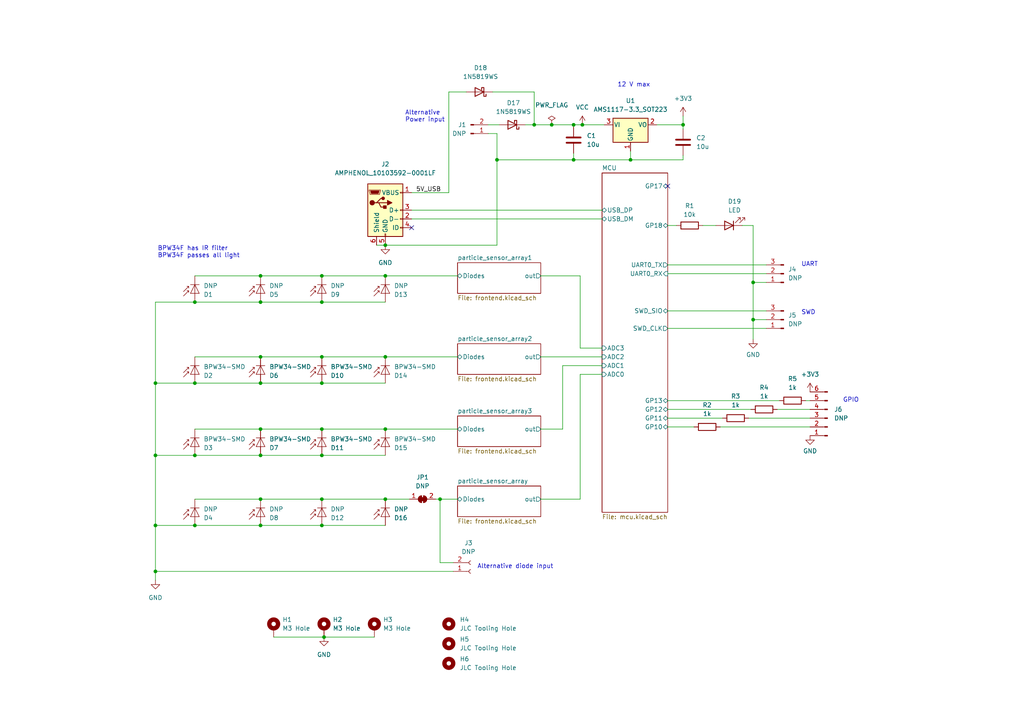
<source format=kicad_sch>
(kicad_sch (version 20230121) (generator eeschema)
  (paper "A4")
  (title_block (title "Beta Board") (date "2023-12-28") (rev "R1.0") (company "Tim Kuhlbusch") (comment 1 "Beta radiation detector"))
  (lib_symbols
    (symbol "Connector:Conn_01x02_Female" (pin_names (offset 1.016) hide)
      (property "Reference" "J" (at 0 2.54 0))
      (property "Value" "Conn_01x02_Female" (at 0 -5.08 0))
      (symbol "Conn_01x02_Female_1_1"
        (arc (start 0 -2.032) (mid -0.5058 -2.54) (end 0 -3.048) (stroke (width 0.1524)))
        (polyline (pts (xy -1.27 -2.54) (xy -0.508 -2.54)) (stroke (width 0.1524)))
        (polyline (pts (xy -1.27 0) (xy -0.508 0)) (stroke (width 0.1524)))
        (arc (start 0 0.508) (mid -0.5058 0) (end 0 -0.508) (stroke (width 0.1524)))
        (pin passive line (at -5.08 0 0) (length 3.81) (name "Pin_1") (number "1"))
        (pin passive line (at -5.08 -2.54 0) (length 3.81) (name "Pin_2") (number "2"))
      )
    )
    (symbol "Connector:Conn_01x02_Male" (pin_names (offset 1.016) hide)
      (property "Reference" "J" (at 0 2.54 0))
      (property "Value" "Conn_01x02_Male" (at 0 -5.08 0))
      (symbol "Conn_01x02_Male_1_1"
        (polyline (pts (xy 1.27 -2.54) (xy 0.8636 -2.54)) (stroke (width 0.1524)))
        (polyline (pts (xy 1.27 0) (xy 0.8636 0)) (stroke (width 0.1524)))
        (rectangle (start 0.8636 -2.413) (end 0 -2.667) (stroke (width 0.1524)) (fill (type outline)))
        (rectangle (start 0.8636 0.127) (end 0 -0.127) (stroke (width 0.1524)) (fill (type outline)))
        (pin passive line (at 5.08 0 180) (length 3.81) (name "Pin_1") (number "1"))
        (pin passive line (at 5.08 -2.54 180) (length 3.81) (name "Pin_2") (number "2"))
      )
    )
    (symbol "Connector:Conn_01x03_Male" (pin_names (offset 1.016) hide)
      (property "Reference" "J" (at 0 5.08 0))
      (property "Value" "Conn_01x03_Male" (at 0 -5.08 0))
      (symbol "Conn_01x03_Male_1_1"
        (polyline (pts (xy 1.27 -2.54) (xy 0.8636 -2.54)) (stroke (width 0.1524)))
        (polyline (pts (xy 1.27 0) (xy 0.8636 0)) (stroke (width 0.1524)))
        (polyline (pts (xy 1.27 2.54) (xy 0.8636 2.54)) (stroke (width 0.1524)))
        (rectangle (start 0.8636 -2.413) (end 0 -2.667) (stroke (width 0.1524)) (fill (type outline)))
        (rectangle (start 0.8636 0.127) (end 0 -0.127) (stroke (width 0.1524)) (fill (type outline)))
        (rectangle (start 0.8636 2.667) (end 0 2.413) (stroke (width 0.1524)) (fill (type outline)))
        (pin passive line (at 5.08 2.54 180) (length 3.81) (name "Pin_1") (number "1"))
        (pin passive line (at 5.08 0 180) (length 3.81) (name "Pin_2") (number "2"))
        (pin passive line (at 5.08 -2.54 180) (length 3.81) (name "Pin_3") (number "3"))
      )
    )
    (symbol "Connector:Conn_01x06_Male" (pin_names (offset 1.016) hide)
      (property "Reference" "J" (at 0 7.62 0))
      (property "Value" "Conn_01x06_Male" (at 0 -10.16 0))
      (symbol "Conn_01x06_Male_1_1"
        (polyline (pts (xy 1.27 -7.62) (xy 0.8636 -7.62)) (stroke (width 0.1524)))
        (polyline (pts (xy 1.27 -5.08) (xy 0.8636 -5.08)) (stroke (width 0.1524)))
        (polyline (pts (xy 1.27 -2.54) (xy 0.8636 -2.54)) (stroke (width 0.1524)))
        (polyline (pts (xy 1.27 0) (xy 0.8636 0)) (stroke (width 0.1524)))
        (polyline (pts (xy 1.27 2.54) (xy 0.8636 2.54)) (stroke (width 0.1524)))
        (polyline (pts (xy 1.27 5.08) (xy 0.8636 5.08)) (stroke (width 0.1524)))
        (rectangle (start 0.8636 -7.493) (end 0 -7.747) (stroke (width 0.1524)) (fill (type outline)))
        (rectangle (start 0.8636 -4.953) (end 0 -5.207) (stroke (width 0.1524)) (fill (type outline)))
        (rectangle (start 0.8636 -2.413) (end 0 -2.667) (stroke (width 0.1524)) (fill (type outline)))
        (rectangle (start 0.8636 0.127) (end 0 -0.127) (stroke (width 0.1524)) (fill (type outline)))
        (rectangle (start 0.8636 2.667) (end 0 2.413) (stroke (width 0.1524)) (fill (type outline)))
        (rectangle (start 0.8636 5.207) (end 0 4.953) (stroke (width 0.1524)) (fill (type outline)))
        (pin passive line (at 5.08 5.08 180) (length 3.81) (name "Pin_1") (number "1"))
        (pin passive line (at 5.08 2.54 180) (length 3.81) (name "Pin_2") (number "2"))
        (pin passive line (at 5.08 0 180) (length 3.81) (name "Pin_3") (number "3"))
        (pin passive line (at 5.08 -2.54 180) (length 3.81) (name "Pin_4") (number "4"))
        (pin passive line (at 5.08 -5.08 180) (length 3.81) (name "Pin_5") (number "5"))
        (pin passive line (at 5.08 -7.62 180) (length 3.81) (name "Pin_6") (number "6"))
      )
    )
    (symbol "Connector:USB_B_Micro" (pin_names (offset 1.016))
      (property "Reference" "J" (at -5.08 11.43 0))
      (property "Value" "USB_B_Micro" (at -5.08 8.89 0))
      (symbol "USB_B_Micro_0_1"
        (rectangle (start -5.08 -7.62) (end 5.08 7.62) (stroke (width 0.254)) (fill (type background)))
        (circle (center -3.81 2.159) (radius 0.635) (stroke (width 0.254)) (fill (type outline)))
        (circle (center -0.635 3.429) (radius 0.381) (stroke (width 0.254)) (fill (type outline)))
        (rectangle (start -0.127 -7.62) (end 0.127 -6.858))
        (polyline (pts (xy -1.905 2.159) (xy 0.635 2.159)) (stroke (width 0.254)))
        (polyline (pts (xy -3.175 2.159) (xy -2.54 2.159) (xy -1.27 3.429) (xy -0.635 3.429)) (stroke (width 0.254)))
        (polyline (pts (xy -2.54 2.159) (xy -1.905 2.159) (xy -1.27 0.889) (xy 0 0.889)) (stroke (width 0.254)))
        (polyline (pts (xy 0.635 2.794) (xy 0.635 1.524) (xy 1.905 2.159) (xy 0.635 2.794)) (stroke (width 0.254)) (fill (type outline)))
        (polyline (pts (xy -4.318 5.588) (xy -1.778 5.588) (xy -2.032 4.826) (xy -4.064 4.826) (xy -4.318 5.588)) (fill (type outline)))
        (polyline (pts (xy -4.699 5.842) (xy -4.699 5.588) (xy -4.445 4.826) (xy -4.445 4.572) (xy -1.651 4.572) (xy -1.651 4.826) (xy -1.397 5.588) (xy -1.397 5.842) (xy -4.699 5.842)))
        (rectangle (start 0.254 1.27) (end -0.508 0.508) (stroke (width 0.254)) (fill (type outline)))
        (rectangle (start 5.08 -5.207) (end 4.318 -4.953))
        (rectangle (start 5.08 -2.667) (end 4.318 -2.413))
        (rectangle (start 5.08 -0.127) (end 4.318 0.127))
        (rectangle (start 5.08 4.953) (end 4.318 5.207))
      )
      (symbol "USB_B_Micro_1_1"
        (pin power_out line (at 7.62 5.08 180) (length 2.54) (name "VBUS") (number "1"))
        (pin bidirectional line (at 7.62 -2.54 180) (length 2.54) (name "D-") (number "2"))
        (pin bidirectional line (at 7.62 0 180) (length 2.54) (name "D+") (number "3"))
        (pin passive line (at 7.62 -5.08 180) (length 2.54) (name "ID") (number "4"))
        (pin power_out line (at 0 -10.16 90) (length 2.54) (name "GND") (number "5"))
        (pin passive line (at -2.54 -10.16 90) (length 2.54) (name "Shield") (number "6"))
      )
    )
    (symbol "Device:C" (pin_numbers hide) (pin_names (offset 0.254))
      (property "Reference" "C" (at 0.635 2.54 0))
      (property "Value" "C" (at 0.635 -2.54 0))
      (symbol "C_0_1"
        (polyline (pts (xy -2.032 -0.762) (xy 2.032 -0.762)) (stroke (width 0.508)))
        (polyline (pts (xy -2.032 0.762) (xy 2.032 0.762)) (stroke (width 0.508)))
      )
      (symbol "C_1_1"
        (pin passive line (at 0 3.81 270) (length 2.794) (name "~") (number "1"))
        (pin passive line (at 0 -3.81 90) (length 2.794) (name "~") (number "2"))
      )
    )
    (symbol "Device:LED" (pin_numbers hide) (pin_names (offset 1.016) hide)
      (property "Reference" "D" (at 0 2.54 0))
      (property "Value" "LED" (at 0 -2.54 0))
      (symbol "LED_0_1"
        (polyline (pts (xy -1.27 -1.27) (xy -1.27 1.27)) (stroke (width 0.254)))
        (polyline (pts (xy -1.27 0) (xy 1.27 0)))
        (polyline (pts (xy 1.27 -1.27) (xy 1.27 1.27) (xy -1.27 0) (xy 1.27 -1.27)) (stroke (width 0.254)))
        (polyline (pts (xy -3.048 -0.762) (xy -4.572 -2.286) (xy -3.81 -2.286) (xy -4.572 -2.286) (xy -4.572 -1.524)))
        (polyline (pts (xy -1.778 -0.762) (xy -3.302 -2.286) (xy -2.54 -2.286) (xy -3.302 -2.286) (xy -3.302 -1.524)))
      )
      (symbol "LED_1_1"
        (pin passive line (at -3.81 0 0) (length 2.54) (name "K") (number "1"))
        (pin passive line (at 3.81 0 180) (length 2.54) (name "A") (number "2"))
      )
    )
    (symbol "Device:R" (pin_numbers hide) (pin_names (offset 0))
      (property "Reference" "R" (at 2.032 0 90))
      (property "Value" "R" (at 0 0 90))
      (symbol "R_0_1"
        (rectangle (start -1.016 -2.54) (end 1.016 2.54) (stroke (width 0.254)))
      )
      (symbol "R_1_1"
        (pin passive line (at 0 3.81 270) (length 1.27) (name "~") (number "1"))
        (pin passive line (at 0 -3.81 90) (length 1.27) (name "~") (number "2"))
      )
    )
    (symbol "Diode:1N5819WS" (pin_numbers hide) (pin_names (offset 1.016) hide)
      (property "Reference" "D" (at 0 2.54 0))
      (property "Value" "1N5819WS" (at 0 -2.54 0))
      (symbol "1N5819WS_0_1"
        (polyline (pts (xy 1.27 0) (xy -1.27 0)))
        (polyline (pts (xy 1.27 1.27) (xy 1.27 -1.27) (xy -1.27 0) (xy 1.27 1.27)) (stroke (width 0.254)))
        (polyline (pts (xy -1.905 0.635) (xy -1.905 1.27) (xy -1.27 1.27) (xy -1.27 -1.27) (xy -0.635 -1.27) (xy -0.635 -0.635)) (stroke (width 0.254)))
      )
      (symbol "1N5819WS_1_1"
        (pin passive line (at -3.81 0 0) (length 2.54) (name "K") (number "1"))
        (pin passive line (at 3.81 0 180) (length 2.54) (name "A") (number "2"))
      )
    )
    (symbol "Jumper:SolderJumper_2_Bridged" (pin_names (offset 0) hide)
      (property "Reference" "JP" (at 0 2.032 0))
      (property "Value" "SolderJumper_2_Bridged" (at 0 -2.54 0))
      (symbol "SolderJumper_2_Bridged_0_1"
        (rectangle (start -0.508 0.508) (end 0.508 -0.508) (fill (type outline)))
        (arc (start -0.254 1.016) (mid -1.2656 0) (end -0.254 -1.016))
        (arc (start -0.254 1.016) (mid -1.2656 0) (end -0.254 -1.016) (fill (type outline)))
        (polyline (pts (xy -0.254 1.016) (xy -0.254 -1.016)))
        (polyline (pts (xy 0.254 1.016) (xy 0.254 -1.016)))
        (arc (start 0.254 -1.016) (mid 1.2656 0) (end 0.254 1.016))
        (arc (start 0.254 -1.016) (mid 1.2656 0) (end 0.254 1.016) (fill (type outline)))
      )
      (symbol "SolderJumper_2_Bridged_1_1"
        (pin passive line (at -3.81 0 0) (length 2.54) (name "A") (number "1"))
        (pin passive line (at 3.81 0 180) (length 2.54) (name "B") (number "2"))
      )
    )
    (symbol "Mechanical:MountingHole" (pin_names (offset 1.016))
      (property "Reference" "H" (at 0 5.08 0))
      (property "Value" "MountingHole" (at 0 3.175 0))
      (symbol "MountingHole_0_1"
        (circle (center 0 0) (radius 1.27) (stroke (width 1.27)))
      )
    )
    (symbol "Mechanical:MountingHole_Pad" (pin_numbers hide) (pin_names (offset 1.016) hide)
      (property "Reference" "H" (at 0 6.35 0))
      (property "Value" "MountingHole_Pad" (at 0 4.445 0))
      (symbol "MountingHole_Pad_0_1"
        (circle (center 0 1.27) (radius 1.27) (stroke (width 1.27)))
      )
      (symbol "MountingHole_Pad_1_1"
        (pin input line (at 0 -2.54 90) (length 2.54) (name "1") (number "1"))
      )
    )
    (symbol "Regulator_Linear:NCP1117-3.3_SOT223" (pin_names (offset 0.254))
      (property "Reference" "U" (at -3.81 3.175 0))
      (property "Value" "NCP1117-3.3_SOT223" (at 0 3.175 0))
      (symbol "NCP1117-3.3_SOT223_0_1"
        (rectangle (start -5.08 -5.08) (end 5.08 1.905) (stroke (width 0.254)) (fill (type background)))
      )
      (symbol "NCP1117-3.3_SOT223_1_1"
        (pin power_in line (at 0 -7.62 90) (length 2.54) (name "GND") (number "1"))
        (pin power_out line (at 7.62 0 180) (length 2.54) (name "VO") (number "2"))
        (pin power_in line (at -7.62 0 0) (length 2.54) (name "VI") (number "3"))
      )
    )
    (symbol "Sensor_Optical:BPW34-SMD" (pin_numbers hide) (pin_names (offset 1.016) hide)
      (property "Reference" "D" (at 0.508 1.778 0))
      (property "Value" "BPW34-SMD" (at -1.016 -2.794 0))
      (symbol "BPW34-SMD_0_1"
        (polyline (pts (xy -2.54 1.27) (xy -2.54 -1.27)) (stroke (width 0.1524)))
        (polyline (pts (xy -2.032 1.778) (xy -1.524 1.778)))
        (polyline (pts (xy 0 -1.27) (xy 0 1.27)))
        (polyline (pts (xy 0 0) (xy -2.54 0)))
        (polyline (pts (xy -0.508 3.302) (xy -2.032 1.778) (xy -2.032 2.286)))
        (polyline (pts (xy 0 1.27) (xy -2.54 0) (xy 0 -1.27)))
        (polyline (pts (xy 0.762 3.302) (xy -0.762 1.778) (xy -0.762 2.286) (xy -0.762 1.778) (xy -0.254 1.778)))
      )
      (symbol "BPW34-SMD_1_1"
        (pin passive line (at -5.08 0 0) (length 2.54) (name "K") (number "1"))
        (pin passive line (at 2.54 0 180) (length 2.54) (name "A") (number "2"))
      )
    )
    (symbol "power:+3V3" (power) (pin_names (offset 0))
      (property "Value" "+3V3" (at 0 3.556 0))
      (symbol "+3V3_0_1"
        (polyline (pts (xy -0.762 1.27) (xy 0 2.54)))
        (polyline (pts (xy 0 0) (xy 0 2.54)))
        (polyline (pts (xy 0 2.54) (xy 0.762 1.27)))
      )
      (symbol "+3V3_1_1"
        (pin power_in line (at 0 0 90) (length 0) hide (name "+3V3") (number "1"))
      )
    )
    (symbol "power:GND" (power) (pin_names (offset 0))
      (property "Value" "GND" (at 0 -3.81 0))
      (symbol "GND_0_1"
        (polyline (pts (xy 0 0) (xy 0 -1.27) (xy 1.27 -1.27) (xy 0 -2.54) (xy -1.27 -1.27) (xy 0 -1.27)))
      )
      (symbol "GND_1_1"
        (pin power_in line (at 0 0 270) (length 0) hide (name "GND") (number "1"))
      )
    )
    (symbol "power:PWR_FLAG" (power) (pin_numbers hide) (pin_names (offset 0) hide)
      (property "Value" "PWR_FLAG" (at 0 3.81 0))
      (symbol "PWR_FLAG_0_0"
        (pin power_out line (at 0 0 90) (length 0) (name "pwr") (number "1"))
      )
      (symbol "PWR_FLAG_0_1"
        (polyline (pts (xy 0 0) (xy 0 1.27) (xy -1.016 1.905) (xy 0 2.54) (xy 1.016 1.905) (xy 0 1.27)))
      )
    )
    (symbol "power:VCC" (power) (pin_names (offset 0))
      (property "Value" "VCC" (at 0 3.81 0))
      (symbol "VCC_0_1"
        (polyline (pts (xy -0.762 1.27) (xy 0 2.54)))
        (polyline (pts (xy 0 0) (xy 0 2.54)))
        (polyline (pts (xy 0 2.54) (xy 0.762 1.27)))
      )
      (symbol "VCC_1_1"
        (pin power_in line (at 0 0 90) (length 0) hide (name "VCC") (number "1"))
      )
    )
  )
  (junction (at 168.91 36.195))
  (junction (at 56.515 132.08))
  (junction (at 166.37 36.195))
  (junction (at 166.37 46.355))
  (junction (at 111.76 71.12))
  (junction (at 93.345 152.4))
  (junction (at 56.515 87.63))
  (junction (at 75.565 144.78))
  (junction (at 111.76 124.46))
  (junction (at 93.345 132.08))
  (junction (at 75.565 80.01))
  (junction (at 182.88 46.355))
  (junction (at 56.515 152.4))
  (junction (at 45.085 132.08))
  (junction (at 93.345 80.01))
  (junction (at 218.44 81.915))
  (junction (at 144.145 46.355))
  (junction (at 45.085 152.4))
  (junction (at 198.12 36.195))
  (junction (at 45.085 165.735))
  (junction (at 93.345 144.78))
  (junction (at 75.565 152.4))
  (junction (at 75.565 103.505))
  (junction (at 93.345 103.505))
  (junction (at 111.76 80.01))
  (junction (at 93.345 124.46))
  (junction (at 45.085 111.125))
  (junction (at 154.94 36.195))
  (junction (at 56.515 111.125))
  (junction (at 75.565 87.63))
  (junction (at 75.565 124.46))
  (junction (at 127.635 144.78))
  (junction (at 111.76 144.78))
  (junction (at 75.565 111.125))
  (junction (at 93.345 87.63))
  (junction (at 160.02 36.195))
  (junction (at 218.44 92.71))
  (junction (at 93.98 184.785))
  (junction (at 75.565 132.08))
  (junction (at 93.345 111.125))
  (junction (at 111.76 103.505))
  (no_connect (at 119.38 66.04))
  (no_connect (at 193.675 53.975))
  (wire (pts (xy 56.515 87.63) (xy 45.085 87.63)))
  (wire (pts (xy 168.275 80.01) (xy 156.845 80.01)))
  (wire (pts (xy 111.76 103.505) (xy 132.715 103.505)))
  (wire (pts (xy 152.4 36.195) (xy 154.94 36.195)))
  (wire (pts (xy 56.515 80.01) (xy 75.565 80.01)))
  (wire (pts (xy 193.675 79.375) (xy 222.25 79.375)))
  (wire (pts (xy 93.345 87.63) (xy 111.76 87.63)))
  (wire (pts (xy 111.76 80.01) (xy 132.715 80.01)))
  (wire (pts (xy 233.68 116.205) (xy 234.95 116.205)))
  (wire (pts (xy 207.645 65.405) (xy 203.835 65.405)))
  (wire (pts (xy 127.635 144.78) (xy 132.715 144.78)))
  (wire (pts (xy 218.44 92.71) (xy 222.25 92.71)))
  (wire (pts (xy 75.565 124.46) (xy 93.345 124.46)))
  (wire (pts (xy 156.845 103.505) (xy 174.625 103.505)))
  (wire (pts (xy 79.375 184.785) (xy 93.98 184.785)))
  (wire (pts (xy 93.345 80.01) (xy 111.76 80.01)))
  (wire (pts (xy 119.38 60.96) (xy 174.625 60.96)))
  (wire (pts (xy 93.345 103.505) (xy 111.76 103.505)))
  (wire (pts (xy 45.085 165.735) (xy 45.085 168.275)))
  (wire (pts (xy 56.515 124.46) (xy 75.565 124.46)))
  (wire (pts (xy 163.195 124.46) (xy 163.195 106.045)))
  (wire (pts (xy 198.12 36.195) (xy 198.12 37.465)))
  (wire (pts (xy 111.76 144.78) (xy 118.745 144.78)))
  (wire (pts (xy 45.085 111.125) (xy 56.515 111.125)))
  (wire (pts (xy 45.085 132.08) (xy 45.085 152.4)))
  (wire (pts (xy 93.345 124.46) (xy 111.76 124.46)))
  (wire (pts (xy 56.515 103.505) (xy 75.565 103.505)))
  (wire (pts (xy 111.76 71.12) (xy 144.145 71.12)))
  (wire (pts (xy 218.44 81.915) (xy 222.25 81.915)))
  (wire (pts (xy 126.365 144.78) (xy 127.635 144.78)))
  (wire (pts (xy 56.515 152.4) (xy 75.565 152.4)))
  (wire (pts (xy 174.625 108.585) (xy 168.275 108.585)))
  (wire (pts (xy 127.635 163.195) (xy 131.445 163.195)))
  (wire (pts (xy 56.515 144.78) (xy 75.565 144.78)))
  (wire (pts (xy 160.02 36.195) (xy 166.37 36.195)))
  (wire (pts (xy 130.175 55.88) (xy 130.175 26.67)))
  (wire (pts (xy 93.345 132.08) (xy 111.76 132.08)))
  (wire (pts (xy 56.515 132.08) (xy 75.565 132.08)))
  (wire (pts (xy 119.38 63.5) (xy 174.625 63.5)))
  (wire (pts (xy 168.275 144.78) (xy 156.845 144.78)))
  (wire (pts (xy 75.565 80.01) (xy 93.345 80.01)))
  (wire (pts (xy 127.635 144.78) (xy 127.635 163.195)))
  (wire (pts (xy 215.265 65.405) (xy 218.44 65.405)))
  (wire (pts (xy 166.37 44.45) (xy 166.37 46.355)))
  (wire (pts (xy 56.515 111.125) (xy 75.565 111.125)))
  (wire (pts (xy 218.44 92.71) (xy 218.44 98.425)))
  (wire (pts (xy 166.37 36.83) (xy 166.37 36.195)))
  (wire (pts (xy 130.175 26.67) (xy 135.255 26.67)))
  (wire (pts (xy 93.345 144.78) (xy 111.76 144.78)))
  (wire (pts (xy 154.94 26.67) (xy 154.94 36.195)))
  (wire (pts (xy 144.145 46.355) (xy 166.37 46.355)))
  (wire (pts (xy 156.845 124.46) (xy 163.195 124.46)))
  (wire (pts (xy 75.565 111.125) (xy 93.345 111.125)))
  (wire (pts (xy 75.565 87.63) (xy 93.345 87.63)))
  (wire (pts (xy 168.91 36.195) (xy 166.37 36.195)))
  (wire (pts (xy 193.675 65.405) (xy 196.215 65.405)))
  (wire (pts (xy 182.88 43.815) (xy 182.88 46.355)))
  (wire (pts (xy 109.22 71.12) (xy 111.76 71.12)))
  (wire (pts (xy 198.12 33.655) (xy 198.12 36.195)))
  (wire (pts (xy 142.875 26.67) (xy 154.94 26.67)))
  (wire (pts (xy 56.515 87.63) (xy 75.565 87.63)))
  (wire (pts (xy 168.275 108.585) (xy 168.275 144.78)))
  (wire (pts (xy 144.145 38.735) (xy 144.145 46.355)))
  (wire (pts (xy 45.085 87.63) (xy 45.085 111.125)))
  (wire (pts (xy 193.675 118.745) (xy 217.805 118.745)))
  (wire (pts (xy 208.915 123.825) (xy 234.95 123.825)))
  (wire (pts (xy 45.085 111.125) (xy 45.085 132.08)))
  (wire (pts (xy 75.565 103.505) (xy 93.345 103.505)))
  (wire (pts (xy 168.275 100.965) (xy 168.275 80.01)))
  (wire (pts (xy 190.5 36.195) (xy 198.12 36.195)))
  (wire (pts (xy 75.565 132.08) (xy 93.345 132.08)))
  (wire (pts (xy 193.675 76.835) (xy 222.25 76.835)))
  (wire (pts (xy 198.12 46.355) (xy 198.12 45.085)))
  (wire (pts (xy 182.88 46.355) (xy 198.12 46.355)))
  (wire (pts (xy 75.565 152.4) (xy 93.345 152.4)))
  (wire (pts (xy 45.085 132.08) (xy 56.515 132.08)))
  (wire (pts (xy 193.675 123.825) (xy 201.295 123.825)))
  (wire (pts (xy 45.085 152.4) (xy 45.085 165.735)))
  (wire (pts (xy 193.675 95.25) (xy 222.25 95.25)))
  (wire (pts (xy 163.195 106.045) (xy 174.625 106.045)))
  (wire (pts (xy 168.275 100.965) (xy 174.625 100.965)))
  (wire (pts (xy 119.38 55.88) (xy 130.175 55.88)))
  (wire (pts (xy 93.345 152.4) (xy 111.76 152.4)))
  (wire (pts (xy 166.37 46.355) (xy 182.88 46.355)))
  (wire (pts (xy 225.425 118.745) (xy 234.95 118.745)))
  (wire (pts (xy 93.345 111.125) (xy 111.76 111.125)))
  (wire (pts (xy 218.44 81.915) (xy 218.44 92.71)))
  (wire (pts (xy 93.98 184.785) (xy 108.585 184.785)))
  (wire (pts (xy 111.76 124.46) (xy 132.715 124.46)))
  (wire (pts (xy 218.44 65.405) (xy 218.44 81.915)))
  (wire (pts (xy 141.605 36.195) (xy 144.78 36.195)))
  (wire (pts (xy 154.94 36.195) (xy 160.02 36.195)))
  (wire (pts (xy 193.675 116.205) (xy 226.06 116.205)))
  (wire (pts (xy 193.675 121.285) (xy 209.55 121.285)))
  (wire (pts (xy 75.565 144.78) (xy 93.345 144.78)))
  (wire (pts (xy 193.675 90.17) (xy 222.25 90.17)))
  (wire (pts (xy 144.145 46.355) (xy 144.145 71.12)))
  (wire (pts (xy 141.605 38.735) (xy 144.145 38.735)))
  (wire (pts (xy 175.26 36.195) (xy 168.91 36.195)))
  (wire (pts (xy 217.17 121.285) (xy 234.95 121.285)))
  (wire (pts (xy 45.085 165.735) (xy 131.445 165.735)))
  (wire (pts (xy 45.085 152.4) (xy 56.515 152.4)))
  (text "SWD" (at 232.41 91.44 0) (effects (font (size 1.27 1.27)) (justify left bottom)))
  (text "12 V max" (at 179.07 25.4 0) (effects (font (size 1.27 1.27)) (justify left bottom)))
  (text "Alternative\nPower input" (at 117.475 35.56 0) (effects (font (size 1.27 1.27)) (justify left bottom)))
  (text "Alternative diode input" (at 138.43 165.1 0) (effects (font (size 1.27 1.27)) (justify left bottom)))
  (text "GPIO" (at 244.475 116.84 0) (effects (font (size 1.27 1.27)) (justify left bottom)))
  (text "BPW34F has IR filter\nBPW34F passes all light" (at 45.72 74.93 0) (effects (font (size 1.27 1.27)) (justify left bottom)))
  (text "UART" (at 232.41 77.47 0) (effects (font (size 1.27 1.27)) (justify left bottom)))
  (label "5V_USB" (at 120.65 55.88 0))
  (symbol (lib_id "Mechanical:MountingHole") (at 130.175 180.975 0) (unit 1) (in_bom no)
    (property "Reference" "H4" (at 133.35 179.7049 0) (effects (justify left)))
    (property "Value" "JLC Tooling Hole" (at 133.35 182.2449 0) (effects (justify left)))
    (property "Footprint" "betaBoard:JLC_tooling_hole" (effects hide))
  )
  (symbol (lib_id "Mechanical:MountingHole_Pad") (at 93.98 182.245 0) (unit 1) (in_bom no)
    (property "Reference" "H2" (at 96.52 179.7049 0) (effects (justify left)))
    (property "Value" "M3 Hole" (at 96.52 182.2449 0) (effects (justify left)))
    (property "Footprint" "MountingHole:MountingHole_2.7mm_M2.5_DIN965_Pad" (effects hide))
  )
  (symbol (lib_id "Device:R") (at 200.025 65.405 270) (unit 1)
    (property "Reference" "R1" (at 200.025 59.69 90))
    (property "Value" "10k" (at 200.025 62.23 90))
    (property "Footprint" "Resistor_SMD:R_0603_1608Metric" (effects hide))
  )
  (symbol (lib_id "Connector:Conn_01x03_Male") (at 227.33 79.375 180) (unit 1)
    (property "Reference" "J4" (at 228.6 78.1049 0) (effects (justify right)))
    (property "Value" "DNP" (at 228.6 80.6449 0) (effects (justify right)))
    (property "Footprint" "Connector_PinHeader_2.54mm:PinHeader_1x03_P2.54mm_Vertical" (effects hide))
  )
  (symbol (lib_id "Diode:1N5819WS") (at 139.065 26.67 180) (unit 1)
    (property "Reference" "D18" (at 139.3825 19.685 0))
    (property "Value" "1N5819WS" (at 139.3825 22.225 0))
    (property "Footprint" "Diode_SMD:D_SOD-323" (effects hide))
    (property "Datasheet" "https://datasheet.lcsc.com/lcsc/2204281430_Guangdong-Hottech-1N5819WS_C191023.pdf" (effects hide))
  )
  (symbol (lib_id "power:PWR_FLAG") (at 160.02 36.195 0) (unit 1)
    (property "Reference" "#FLG01" (effects hide))
    (property "Value" "PWR_FLAG" (at 160.02 30.48 0))
  )
  (symbol (lib_id "Sensor_Optical:BPW34-SMD") (at 93.345 129.54 90) (mirror x) (unit 1)
    (property "Reference" "D11" (at 95.885 129.883 90) (effects (justify right)))
    (property "Value" "BPW34-SMD" (at 95.885 127.343 90) (effects (justify right)))
    (property "Footprint" "betaBoard:Osram_BPW34S-SMD_hole" (effects hide))
    (property "Datasheet" "https://dammedia.osram.info/media/resource/hires/osram-dam-5488319/BPW%2034%20S_EN.pdf" (effects hide))
  )
  (symbol (lib_id "Mechanical:MountingHole_Pad") (at 108.585 182.245 0) (unit 1) (in_bom no)
    (property "Reference" "H3" (at 111.125 179.7049 0) (effects (justify left)))
    (property "Value" "M3 Hole" (at 111.125 182.2449 0) (effects (justify left)))
    (property "Footprint" "MountingHole:MountingHole_2.7mm_M2.5_DIN965_Pad" (effects hide))
  )
  (symbol (lib_id "Sensor_Optical:BPW34-SMD") (at 56.515 149.86 90) (mirror x) (unit 1)
    (property "Reference" "D4" (at 59.055 150.203 90) (effects (justify right)))
    (property "Value" "DNP" (at 59.055 147.663 90) (effects (justify right)))
    (property "Footprint" "OptoDevice:Osram_BPW34S-SMD" (effects hide))
    (property "Datasheet" "https://dammedia.osram.info/media/resource/hires/osram-dam-5488319/BPW%2034%20S_EN.pdf" (effects hide))
  )
  (symbol (lib_id "Device:C") (at 198.12 41.275 0) (unit 1)
    (property "Reference" "C2" (at 201.93 40.0049 0) (effects (justify left)))
    (property "Value" "10u" (at 201.93 42.5449 0) (effects (justify left)))
    (property "Footprint" "Capacitor_SMD:C_1206_3216Metric" (effects hide))
  )
  (symbol (lib_id "Sensor_Optical:BPW34-SMD") (at 56.515 85.09 90) (mirror x) (unit 1)
    (property "Reference" "D1" (at 59.055 85.433 90) (effects (justify right)))
    (property "Value" "DNP" (at 59.055 82.893 90) (effects (justify right)))
    (property "Footprint" "OptoDevice:Osram_BPW34S-SMD" (effects hide))
    (property "Datasheet" "https://dammedia.osram.info/media/resource/hires/osram-dam-5488319/BPW%2034%20S_EN.pdf" (effects hide))
  )
  (symbol (lib_id "Device:LED") (at 211.455 65.405 180) (unit 1)
    (property "Reference" "D19" (at 213.0425 58.42 0))
    (property "Value" "LED" (at 213.0425 60.96 0))
    (property "Footprint" "LED_SMD:LED_0603_1608Metric" (effects hide))
  )
  (symbol (lib_id "Mechanical:MountingHole") (at 130.175 186.69 0) (unit 1) (in_bom no)
    (property "Reference" "H5" (at 133.35 185.4199 0) (effects (justify left)))
    (property "Value" "JLC Tooling Hole" (at 133.35 187.9599 0) (effects (justify left)))
    (property "Footprint" "betaBoard:JLC_tooling_hole" (effects hide))
  )
  (symbol (lib_id "power:GND") (at 45.085 168.275 0) (unit 1)
    (property "Reference" "#PWR04" (effects hide))
    (property "Value" "GND" (at 45.085 173.355 0))
  )
  (symbol (lib_id "Sensor_Optical:BPW34-SMD") (at 75.565 85.09 90) (mirror x) (unit 1)
    (property "Reference" "D5" (at 78.105 85.433 90) (effects (justify right)))
    (property "Value" "DNP" (at 78.105 82.893 90) (effects (justify right)))
    (property "Footprint" "OptoDevice:Osram_BPW34S-SMD" (effects hide))
    (property "Datasheet" "https://dammedia.osram.info/media/resource/hires/osram-dam-5488319/BPW%2034%20S_EN.pdf" (effects hide))
  )
  (symbol (lib_id "Sensor_Optical:BPW34-SMD") (at 111.76 108.585 90) (mirror x) (unit 1)
    (property "Reference" "D14" (at 114.3 108.928 90) (effects (justify right)))
    (property "Value" "BPW34-SMD" (at 114.3 106.388 90) (effects (justify right)))
    (property "Footprint" "betaBoard:Osram_BPW34S-SMD_hole" (effects hide))
    (property "Datasheet" "https://dammedia.osram.info/media/resource/hires/osram-dam-5488319/BPW%2034%20S_EN.pdf" (effects hide))
  )
  (symbol (lib_id "Sensor_Optical:BPW34-SMD") (at 75.565 108.585 90) (mirror x) (unit 1)
    (property "Reference" "D6" (at 78.105 108.928 90) (effects (justify right)))
    (property "Value" "BPW34-SMD" (at 78.105 106.388 90) (effects (justify right)))
    (property "Footprint" "betaBoard:Osram_BPW34S-SMD_hole" (effects hide))
    (property "Datasheet" "https://dammedia.osram.info/media/resource/hires/osram-dam-5488319/BPW%2034%20S_EN.pdf" (effects hide))
  )
  (symbol (lib_id "power:VCC") (at 168.91 36.195 0) (unit 1)
    (property "Reference" "#PWR08" (effects hide))
    (property "Value" "VCC" (at 168.91 31.115 0))
  )
  (symbol (lib_id "Sensor_Optical:BPW34-SMD") (at 56.515 129.54 90) (mirror x) (unit 1)
    (property "Reference" "D3" (at 59.055 129.883 90) (effects (justify right)))
    (property "Value" "BPW34-SMD" (at 59.055 127.343 90) (effects (justify right)))
    (property "Footprint" "betaBoard:Osram_BPW34S-SMD_hole" (effects hide))
    (property "Datasheet" "https://dammedia.osram.info/media/resource/hires/osram-dam-5488319/BPW%2034%20S_EN.pdf" (effects hide))
  )
  (symbol (lib_id "power:GND") (at 218.44 98.425 0) (unit 1)
    (property "Reference" "#PWR011" (effects hide))
    (property "Value" "GND" (at 218.44 102.87 0))
  )
  (symbol (lib_id "Connector:Conn_01x02_Female") (at 136.525 165.735 0) (mirror x) (unit 1)
    (property "Reference" "J3" (at 135.89 157.48 0))
    (property "Value" "DNP" (at 135.89 160.02 0))
    (property "Footprint" "Connector_PinSocket_2.54mm:PinSocket_1x02_P2.54mm_Vertical" (effects hide))
  )
  (symbol (lib_id "Diode:1N5819WS") (at 148.59 36.195 180) (unit 1)
    (property "Reference" "D17" (at 148.9075 29.845 0))
    (property "Value" "1N5819WS" (at 148.9075 32.385 0))
    (property "Footprint" "Diode_SMD:D_SOD-323" (effects hide))
    (property "Datasheet" "https://datasheet.lcsc.com/lcsc/2204281430_Guangdong-Hottech-1N5819WS_C191023.pdf" (effects hide))
  )
  (symbol (lib_id "Sensor_Optical:BPW34-SMD") (at 93.345 108.585 90) (mirror x) (unit 1)
    (property "Reference" "D10" (at 95.885 108.928 90) (effects (justify right)))
    (property "Value" "BPW34-SMD" (at 95.885 106.388 90) (effects (justify right)))
    (property "Footprint" "betaBoard:Osram_BPW34S-SMD_hole" (effects hide))
    (property "Datasheet" "https://dammedia.osram.info/media/resource/hires/osram-dam-5488319/BPW%2034%20S_EN.pdf" (effects hide))
  )
  (symbol (lib_id "power:+3V3") (at 198.12 33.655 0) (unit 1)
    (property "Reference" "#PWR010" (effects hide))
    (property "Value" "+3V3" (at 198.12 28.575 0))
  )
  (symbol (lib_id "power:GND") (at 93.98 184.785 0) (unit 1)
    (property "Reference" "#PWR05" (effects hide))
    (property "Value" "GND" (at 93.98 189.865 0))
  )
  (symbol (lib_id "Sensor_Optical:BPW34-SMD") (at 111.76 85.09 90) (mirror x) (unit 1)
    (property "Reference" "D13" (at 114.3 85.433 90) (effects (justify right)))
    (property "Value" "DNP" (at 114.3 82.893 90) (effects (justify right)))
    (property "Footprint" "OptoDevice:Osram_BPW34S-SMD" (effects hide))
    (property "Datasheet" "https://dammedia.osram.info/media/resource/hires/osram-dam-5488319/BPW%2034%20S_EN.pdf" (effects hide))
  )
  (symbol (lib_id "Device:R") (at 213.36 121.285 90) (unit 1)
    (property "Reference" "R3" (at 213.36 114.935 90))
    (property "Value" "1k" (at 213.36 117.475 90))
    (property "Footprint" "Resistor_SMD:R_0603_1608Metric" (effects hide))
  )
  (symbol (lib_id "Sensor_Optical:BPW34-SMD") (at 56.515 108.585 90) (mirror x) (unit 1)
    (property "Reference" "D2" (at 59.055 108.928 90) (effects (justify right)))
    (property "Value" "BPW34-SMD" (at 59.055 106.388 90) (effects (justify right)))
    (property "Footprint" "betaBoard:Osram_BPW34S-SMD_hole" (effects hide))
    (property "Datasheet" "https://dammedia.osram.info/media/resource/hires/osram-dam-5488319/BPW%2034%20S_EN.pdf" (effects hide))
  )
  (symbol (lib_id "Jumper:SolderJumper_2_Bridged") (at 122.555 144.78 0) (unit 1)
    (property "Reference" "JP1" (at 122.555 138.43 0))
    (property "Value" "DNP" (at 122.555 140.97 0))
    (property "Footprint" "Jumper:SolderJumper-2_P1.3mm_Bridged2Bar_Pad1.0x1.5mm" (effects hide))
  )
  (symbol (lib_id "Sensor_Optical:BPW34-SMD") (at 75.565 129.54 90) (mirror x) (unit 1)
    (property "Reference" "D7" (at 78.105 129.883 90) (effects (justify right)))
    (property "Value" "BPW34-SMD" (at 78.105 127.343 90) (effects (justify right)))
    (property "Footprint" "betaBoard:Osram_BPW34S-SMD_hole" (effects hide))
    (property "Datasheet" "https://dammedia.osram.info/media/resource/hires/osram-dam-5488319/BPW%2034%20S_EN.pdf" (effects hide))
  )
  (symbol (lib_id "Connector:Conn_01x03_Male") (at 227.33 92.71 180) (unit 1)
    (property "Reference" "J5" (at 228.6 91.4399 0) (effects (justify right)))
    (property "Value" "DNP" (at 228.6 93.9799 0) (effects (justify right)))
    (property "Footprint" "Connector_PinHeader_2.54mm:PinHeader_1x03_P2.54mm_Vertical" (effects hide))
  )
  (symbol (lib_id "Device:R") (at 229.87 116.205 90) (unit 1)
    (property "Reference" "R5" (at 229.87 109.855 90))
    (property "Value" "1k" (at 229.87 112.395 90))
    (property "Footprint" "Resistor_SMD:R_0603_1608Metric" (effects hide))
  )
  (symbol (lib_id "Connector:USB_B_Micro") (at 111.76 60.96 0) (unit 1)
    (property "Reference" "J2" (at 111.76 47.625 0))
    (property "Value" "AMPHENOL_10103592-0001LF" (at 111.76 50.165 0))
    (property "Footprint" "betaBoard:AMPHENOL_10103592-0001LF" (effects hide))
  )
  (symbol (lib_id "Sensor_Optical:BPW34-SMD") (at 93.345 149.86 90) (mirror x) (unit 1)
    (property "Reference" "D12" (at 95.885 150.203 90) (effects (justify right)))
    (property "Value" "DNP" (at 95.885 147.663 90) (effects (justify right)))
    (property "Footprint" "OptoDevice:Osram_BPW34S-SMD" (effects hide))
    (property "Datasheet" "https://dammedia.osram.info/media/resource/hires/osram-dam-5488319/BPW%2034%20S_EN.pdf" (effects hide))
  )
  (symbol (lib_id "Sensor_Optical:BPW34-SMD") (at 93.345 85.09 90) (mirror x) (unit 1)
    (property "Reference" "D9" (at 95.885 85.433 90) (effects (justify right)))
    (property "Value" "DNP" (at 95.885 82.893 90) (effects (justify right)))
    (property "Footprint" "OptoDevice:Osram_BPW34S-SMD" (effects hide))
    (property "Datasheet" "https://dammedia.osram.info/media/resource/hires/osram-dam-5488319/BPW%2034%20S_EN.pdf" (effects hide))
  )
  (symbol (lib_id "Sensor_Optical:BPW34-SMD") (at 111.76 149.86 90) (mirror x) (unit 1)
    (property "Reference" "D16" (at 114.3 150.203 90) (effects (justify right)))
    (property "Value" "DNP" (at 114.3 147.663 90) (effects (justify right)))
    (property "Footprint" "OptoDevice:Osram_BPW34S-SMD" (effects hide))
    (property "Datasheet" "https://dammedia.osram.info/media/resource/hires/osram-dam-5488319/BPW%2034%20S_EN.pdf" (effects hide))
  )
  (symbol (lib_id "Device:R") (at 205.105 123.825 90) (unit 1)
    (property "Reference" "R2" (at 205.105 117.475 90))
    (property "Value" "1k" (at 205.105 120.015 90))
    (property "Footprint" "Resistor_SMD:R_0603_1608Metric" (effects hide))
  )
  (symbol (lib_id "Connector:Conn_01x02_Male") (at 136.525 38.735 0) (mirror x) (unit 1)
    (property "Reference" "J1" (at 135.255 36.1949 0) (effects (justify right)))
    (property "Value" "DNP" (at 135.255 38.7349 0) (effects (justify right)))
    (property "Footprint" "betaBoard:PinHeader_1x02_P2.54mm_castellation" (effects hide))
  )
  (symbol (lib_id "Sensor_Optical:BPW34-SMD") (at 75.565 149.86 90) (mirror x) (unit 1)
    (property "Reference" "D8" (at 78.105 150.203 90) (effects (justify right)))
    (property "Value" "DNP" (at 78.105 147.663 90) (effects (justify right)))
    (property "Footprint" "OptoDevice:Osram_BPW34S-SMD" (effects hide))
    (property "Datasheet" "https://dammedia.osram.info/media/resource/hires/osram-dam-5488319/BPW%2034%20S_EN.pdf" (effects hide))
  )
  (symbol (lib_id "power:+3V3") (at 234.95 113.665 0) (unit 1)
    (property "Reference" "#PWR014" (effects hide))
    (property "Value" "+3V3" (at 234.95 108.585 0))
  )
  (symbol (lib_id "Device:R") (at 221.615 118.745 90) (unit 1)
    (property "Reference" "R4" (at 221.615 112.395 90))
    (property "Value" "1k" (at 221.615 114.935 90))
    (property "Footprint" "Resistor_SMD:R_0603_1608Metric" (effects hide))
  )
  (symbol (lib_id "power:GND") (at 234.95 126.365 0) (unit 1)
    (property "Reference" "#PWR015" (effects hide))
    (property "Value" "GND" (at 234.95 130.81 0))
  )
  (symbol (lib_id "Connector:Conn_01x06_Male") (at 240.03 121.285 180) (unit 1)
    (property "Reference" "J6" (at 241.935 118.7449 0) (effects (justify right)))
    (property "Value" "DNP" (at 241.935 121.2849 0) (effects (justify right)))
    (property "Footprint" "Connector_PinHeader_2.54mm:PinHeader_1x06_P2.54mm_Vertical" (effects hide))
  )
  (symbol (lib_id "Regulator_Linear:NCP1117-3.3_SOT223") (at 182.88 36.195 0) (unit 1)
    (property "Reference" "U1" (at 182.88 29.21 0))
    (property "Value" "AMS1117-3.3_SOT223" (at 182.88 31.75 0))
    (property "Footprint" "Package_TO_SOT_SMD:SOT-223-3_TabPin2" (effects hide))
    (property "Datasheet" "http://www.onsemi.com/pub_link/Collateral/NCP1117-D.PDF" (effects hide))
  )
  (symbol (lib_id "Mechanical:MountingHole_Pad") (at 79.375 182.245 0) (unit 1) (in_bom no)
    (property "Reference" "H1" (at 81.915 179.7049 0) (effects (justify left)))
    (property "Value" "M3 Hole" (at 81.915 182.2449 0) (effects (justify left)))
    (property "Footprint" "MountingHole:MountingHole_2.7mm_M2.5_DIN965_Pad" (effects hide))
  )
  (symbol (lib_id "Sensor_Optical:BPW34-SMD") (at 111.76 129.54 90) (mirror x) (unit 1)
    (property "Reference" "D15" (at 114.3 129.883 90) (effects (justify right)))
    (property "Value" "BPW34-SMD" (at 114.3 127.343 90) (effects (justify right)))
    (property "Footprint" "betaBoard:Osram_BPW34S-SMD_hole" (effects hide))
    (property "Datasheet" "https://dammedia.osram.info/media/resource/hires/osram-dam-5488319/BPW%2034%20S_EN.pdf" (effects hide))
  )
  (symbol (lib_id "power:GND") (at 111.76 71.12 0) (unit 1)
    (property "Reference" "#PWR06" (effects hide))
    (property "Value" "GND" (at 111.76 76.2 0))
  )
  (symbol (lib_id "Device:C") (at 166.37 40.64 0) (unit 1)
    (property "Reference" "C1" (at 170.18 39.3699 0) (effects (justify left)))
    (property "Value" "10u" (at 170.18 41.9099 0) (effects (justify left)))
    (property "Footprint" "Capacitor_SMD:C_1206_3216Metric" (effects hide))
  )
  (symbol (lib_id "Mechanical:MountingHole") (at 130.175 192.405 0) (unit 1) (in_bom no)
    (property "Reference" "H6" (at 133.35 191.1349 0) (effects (justify left)))
    (property "Value" "JLC Tooling Hole" (at 133.35 193.6749 0) (effects (justify left)))
    (property "Footprint" "betaBoard:JLC_tooling_hole" (effects hide))
  )
  (sheet (at 132.715 140.97) (size 24.13 8.89) (stroke (width 0.1524))
    (property "Sheetname" "particle_sensor_array" (at 132.715 140.2584 0) (effects (justify left bottom)))
    (property "Sheetfile" "frontend.kicad_sch" (at 132.715 150.4446 0) (effects (justify left top)))
    (pin "out" output (at 156.845 144.78 0))
    (pin "Diodes" bidirectional (at 132.715 144.78 180))
  )
  (sheet (at 132.715 120.65) (size 24.13 8.89) (stroke (width 0.1524))
    (property "Sheetname" "particle_sensor_array3" (at 132.715 119.9384 0) (effects (justify left bottom)))
    (property "Sheetfile" "frontend.kicad_sch" (at 132.715 130.1246 0) (effects (justify left top)))
    (pin "out" output (at 156.845 124.46 0))
    (pin "Diodes" bidirectional (at 132.715 124.46 180))
  )
  (sheet (at 174.625 50.165) (size 19.05 98.425) (stroke (width 0.1524))
    (property "Sheetname" "MCU" (at 174.625 49.4534 0) (effects (justify left bottom)))
    (property "Sheetfile" "mcu.kicad_sch" (at 174.625 149.1746 0) (effects (justify left top)))
    (pin "SWD_SIO" bidirectional (at 193.675 90.17 0))
    (pin "SWD_CLK" output (at 193.675 95.25 0))
    (pin "ADC0" input (at 174.625 108.585 180))
    (pin "ADC2" input (at 174.625 103.505 180))
    (pin "ADC1" input (at 174.625 106.045 180))
    (pin "ADC3" input (at 174.625 100.965 180))
    (pin "GP18" bidirectional (at 193.675 65.405 0))
    (pin "UART0_TX" output (at 193.675 76.835 0))
    (pin "UART0_RX" input (at 193.675 79.375 0))
    (pin "GP11" bidirectional (at 193.675 121.285 0))
    (pin "GP10" bidirectional (at 193.675 123.825 0))
    (pin "GP12" bidirectional (at 193.675 118.745 0))
    (pin "GP13" bidirectional (at 193.675 116.205 0))
    (pin "USB_DP" bidirectional (at 174.625 60.96 180))
    (pin "USB_DM" bidirectional (at 174.625 63.5 180))
    (pin "GP17" bidirectional (at 193.675 53.975 0))
  )
  (sheet (at 132.715 76.2) (size 24.13 8.89) (stroke (width 0.1524))
    (property "Sheetname" "particle_sensor_array1" (at 132.715 75.4884 0) (effects (justify left bottom)))
    (property "Sheetfile" "frontend.kicad_sch" (at 132.715 85.6746 0) (effects (justify left top)))
    (pin "out" output (at 156.845 80.01 0))
    (pin "Diodes" bidirectional (at 132.715 80.01 180))
  )
  (sheet (at 132.715 99.695) (size 24.13 8.89) (stroke (width 0.1524))
    (property "Sheetname" "particle_sensor_array2" (at 132.715 98.9834 0) (effects (justify left bottom)))
    (property "Sheetfile" "frontend.kicad_sch" (at 132.715 109.1696 0) (effects (justify left top)))
    (pin "out" output (at 156.845 103.505 0))
    (pin "Diodes" bidirectional (at 132.715 103.505 180))
  )
)
</source>
